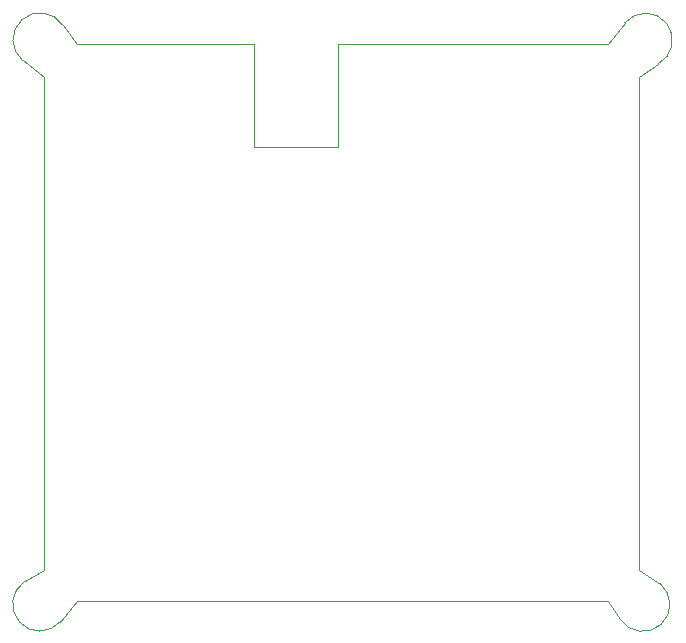
<source format=gm1>
%TF.GenerationSoftware,KiCad,Pcbnew,(6.0.8)*%
%TF.CreationDate,2023-02-13T22:42:51-05:00*%
%TF.ProjectId,miura_board,6d697572-615f-4626-9f61-72642e6b6963,rev?*%
%TF.SameCoordinates,Original*%
%TF.FileFunction,Profile,NP*%
%FSLAX46Y46*%
G04 Gerber Fmt 4.6, Leading zero omitted, Abs format (unit mm)*
G04 Created by KiCad (PCBNEW (6.0.8)) date 2023-02-13 22:42:51*
%MOMM*%
%LPD*%
G01*
G04 APERTURE LIST*
%TA.AperFunction,Profile*%
%ADD10C,0.100000*%
%TD*%
G04 APERTURE END LIST*
D10*
X63399994Y-35500004D02*
G75*
G03*
X60000000Y-38500000I-1921514J-1248946D01*
G01*
X64600000Y-37100000D02*
X79600000Y-37100000D01*
X61800000Y-81600000D02*
X60200000Y-82600000D01*
X64600000Y-84300000D02*
X109600000Y-84300000D01*
X109600000Y-37100000D02*
X111000000Y-35300000D01*
X60200024Y-82600037D02*
G75*
G03*
X63200000Y-86000000I1248976J-1921463D01*
G01*
X64600000Y-84300000D02*
X63200000Y-86000000D01*
X79600000Y-37100000D02*
X79610000Y-45840000D01*
X86700000Y-37100000D02*
X109600000Y-37100000D01*
X63400000Y-35500000D02*
X64600000Y-37100000D01*
X86710000Y-45840000D02*
X79610000Y-45840000D01*
X113800014Y-38800027D02*
G75*
G03*
X111000000Y-35300000I-1054614J2026327D01*
G01*
X112200000Y-81600000D02*
X114000000Y-82800000D01*
X112200000Y-81600000D02*
X112200000Y-39900000D01*
X86700000Y-37100000D02*
X86710000Y-45840000D01*
X60000000Y-38500000D02*
X61800000Y-39900000D01*
X61800000Y-81600000D02*
X61800000Y-39900000D01*
X112200000Y-39900000D02*
X113800000Y-38800000D01*
X109600000Y-84300000D02*
X110600000Y-85800000D01*
X110600004Y-85799998D02*
G75*
G03*
X114000000Y-82800000I1921496J1248968D01*
G01*
M02*

</source>
